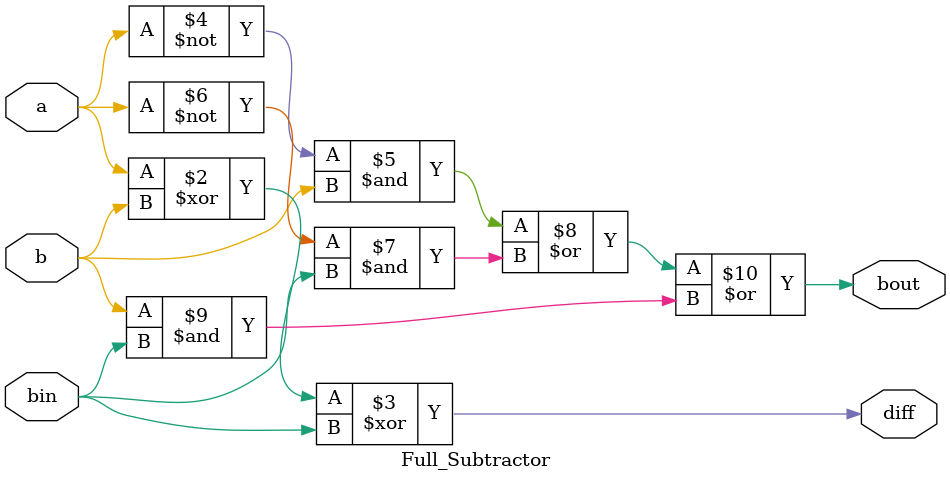
<source format=v>
module Full_Subtractor(
    input a, b, bin,
    output reg diff, bout
    );

    always @(*) begin
        diff = a ^ b ^ bin;
        bout = (~a & b) | (~a & bin) | (b & bin);
    end
endmodule

</source>
